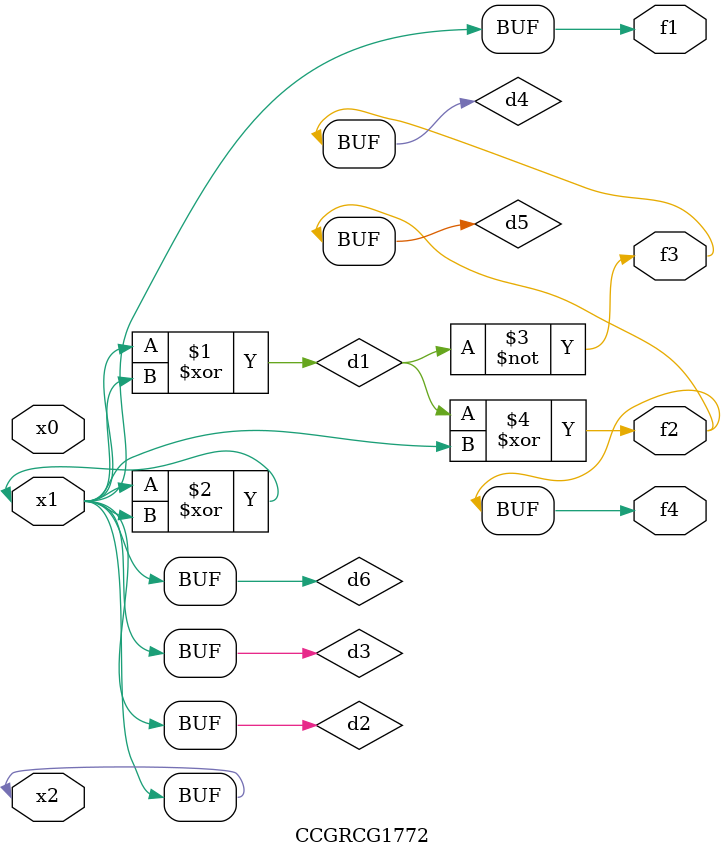
<source format=v>
module CCGRCG1772(
	input x0, x1, x2,
	output f1, f2, f3, f4
);

	wire d1, d2, d3, d4, d5, d6;

	xor (d1, x1, x2);
	buf (d2, x1, x2);
	xor (d3, x1, x2);
	nor (d4, d1);
	xor (d5, d1, d2);
	buf (d6, d2, d3);
	assign f1 = d6;
	assign f2 = d5;
	assign f3 = d4;
	assign f4 = d5;
endmodule

</source>
